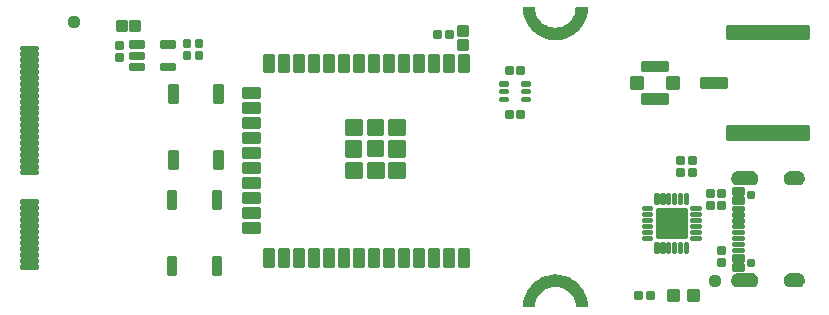
<source format=gts>
G04 EAGLE Gerber RS-274X export*
G75*
%MOMM*%
%FSLAX34Y34*%
%LPD*%
%INSoldermask Top*%
%IPPOS*%
%AMOC8*
5,1,8,0,0,1.08239X$1,22.5*%
G01*
%ADD10C,1.127000*%
%ADD11C,0.225369*%
%ADD12C,0.230578*%
%ADD13C,0.223409*%
%ADD14C,0.224709*%
%ADD15C,0.228959*%
%ADD16C,0.581000*%
%ADD17C,0.225938*%
%ADD18C,0.233119*%
%ADD19C,0.222250*%
%ADD20C,0.225400*%
%ADD21C,0.229859*%
%ADD22C,0.240928*%
%ADD23C,0.777000*%
%ADD24C,0.428259*%

G36*
X462251Y226479D02*
X462251Y226479D01*
X462261Y226483D01*
X462287Y226484D01*
X466121Y227318D01*
X466129Y227323D01*
X466155Y227328D01*
X469831Y228700D01*
X469839Y228705D01*
X469863Y228714D01*
X473307Y230595D01*
X473314Y230602D01*
X473337Y230614D01*
X476478Y232965D01*
X476484Y232973D01*
X476505Y232989D01*
X479279Y235763D01*
X479284Y235772D01*
X479303Y235790D01*
X481654Y238931D01*
X481657Y238940D01*
X481673Y238961D01*
X483554Y242405D01*
X483556Y242414D01*
X483568Y242437D01*
X484940Y246113D01*
X484940Y246123D01*
X484950Y246147D01*
X485784Y249981D01*
X485783Y249991D01*
X485789Y250017D01*
X486069Y253930D01*
X486063Y253956D01*
X486067Y253981D01*
X486049Y254023D01*
X486039Y254067D01*
X486021Y254085D01*
X486010Y254109D01*
X485972Y254134D01*
X485941Y254166D01*
X485915Y254172D01*
X485894Y254186D01*
X485820Y254197D01*
X475820Y254197D01*
X475813Y254195D01*
X475806Y254197D01*
X475747Y254176D01*
X475686Y254158D01*
X475681Y254153D01*
X475674Y254150D01*
X475636Y254100D01*
X475594Y254053D01*
X475593Y254046D01*
X475588Y254040D01*
X475572Y253968D01*
X475358Y251250D01*
X474726Y248617D01*
X473690Y246117D01*
X472276Y243809D01*
X470518Y241750D01*
X468459Y239992D01*
X466151Y238578D01*
X463651Y237542D01*
X461018Y236910D01*
X458320Y236698D01*
X455622Y236910D01*
X452989Y237542D01*
X450489Y238578D01*
X448181Y239992D01*
X446122Y241750D01*
X444364Y243809D01*
X442950Y246117D01*
X441914Y248617D01*
X441282Y251250D01*
X441068Y253968D01*
X441066Y253974D01*
X441067Y253981D01*
X441041Y254039D01*
X441019Y254098D01*
X441013Y254103D01*
X441010Y254109D01*
X440957Y254144D01*
X440907Y254182D01*
X440900Y254182D01*
X440894Y254186D01*
X440820Y254197D01*
X430820Y254197D01*
X430795Y254190D01*
X430769Y254192D01*
X430729Y254171D01*
X430686Y254158D01*
X430669Y254138D01*
X430646Y254126D01*
X430624Y254087D01*
X430594Y254053D01*
X430590Y254027D01*
X430577Y254004D01*
X430571Y253930D01*
X430851Y250017D01*
X430855Y250007D01*
X430856Y249981D01*
X431690Y246147D01*
X431695Y246139D01*
X431700Y246113D01*
X433072Y242437D01*
X433077Y242429D01*
X433086Y242405D01*
X434967Y238961D01*
X434974Y238954D01*
X434986Y238931D01*
X437337Y235790D01*
X437345Y235784D01*
X437361Y235763D01*
X440135Y232989D01*
X440144Y232984D01*
X440162Y232965D01*
X443303Y230614D01*
X443312Y230611D01*
X443333Y230595D01*
X446777Y228714D01*
X446786Y228712D01*
X446809Y228700D01*
X450485Y227328D01*
X450495Y227328D01*
X450519Y227318D01*
X454353Y226484D01*
X454363Y226485D01*
X454389Y226479D01*
X458302Y226199D01*
X458312Y226201D01*
X458338Y226199D01*
X462251Y226479D01*
G37*
G36*
X440887Y-195D02*
X440887Y-195D01*
X440894Y-197D01*
X440953Y-176D01*
X441014Y-158D01*
X441019Y-153D01*
X441026Y-150D01*
X441065Y-100D01*
X441106Y-53D01*
X441107Y-46D01*
X441112Y-40D01*
X441128Y32D01*
X441342Y2750D01*
X441974Y5383D01*
X443010Y7883D01*
X444424Y10191D01*
X446182Y12250D01*
X448241Y14008D01*
X450549Y15422D01*
X453049Y16458D01*
X455682Y17090D01*
X458380Y17302D01*
X461078Y17090D01*
X463711Y16458D01*
X466211Y15422D01*
X468519Y14008D01*
X470578Y12250D01*
X472336Y10191D01*
X473750Y7883D01*
X474786Y5383D01*
X475418Y2750D01*
X475632Y32D01*
X475634Y26D01*
X475633Y19D01*
X475659Y-39D01*
X475681Y-98D01*
X475687Y-103D01*
X475690Y-109D01*
X475743Y-144D01*
X475793Y-182D01*
X475801Y-182D01*
X475807Y-186D01*
X475880Y-197D01*
X485880Y-197D01*
X485905Y-190D01*
X485931Y-192D01*
X485971Y-171D01*
X486014Y-158D01*
X486031Y-138D01*
X486054Y-126D01*
X486076Y-87D01*
X486106Y-53D01*
X486110Y-27D01*
X486123Y-4D01*
X486129Y70D01*
X485849Y3983D01*
X485845Y3993D01*
X485844Y4019D01*
X485010Y7853D01*
X485005Y7861D01*
X485000Y7887D01*
X483628Y11563D01*
X483623Y11571D01*
X483614Y11595D01*
X481733Y15039D01*
X481726Y15046D01*
X481714Y15069D01*
X479363Y18210D01*
X479355Y18216D01*
X479339Y18237D01*
X476565Y21011D01*
X476556Y21016D01*
X476538Y21035D01*
X473397Y23386D01*
X473388Y23389D01*
X473367Y23405D01*
X469923Y25286D01*
X469914Y25288D01*
X469891Y25300D01*
X466215Y26672D01*
X466205Y26672D01*
X466181Y26682D01*
X462347Y27516D01*
X462337Y27515D01*
X462311Y27521D01*
X458398Y27801D01*
X458388Y27799D01*
X458362Y27801D01*
X454449Y27521D01*
X454439Y27517D01*
X454413Y27516D01*
X450579Y26682D01*
X450571Y26677D01*
X450545Y26672D01*
X446869Y25300D01*
X446861Y25295D01*
X446837Y25286D01*
X443393Y23405D01*
X443386Y23398D01*
X443363Y23386D01*
X440222Y21035D01*
X440216Y21027D01*
X440195Y21011D01*
X437421Y18237D01*
X437416Y18228D01*
X437397Y18210D01*
X435046Y15069D01*
X435043Y15060D01*
X435027Y15039D01*
X433146Y11595D01*
X433144Y11586D01*
X433132Y11563D01*
X431760Y7887D01*
X431760Y7877D01*
X431750Y7853D01*
X430916Y4019D01*
X430917Y4009D01*
X430911Y3983D01*
X430631Y70D01*
X430637Y44D01*
X430633Y19D01*
X430651Y-23D01*
X430661Y-67D01*
X430679Y-85D01*
X430690Y-109D01*
X430728Y-134D01*
X430759Y-166D01*
X430785Y-172D01*
X430807Y-186D01*
X430880Y-197D01*
X440880Y-197D01*
X440887Y-195D01*
G37*
G36*
X624805Y103194D02*
X624805Y103194D01*
X624808Y103191D01*
X626075Y103396D01*
X626081Y103402D01*
X626086Y103399D01*
X627275Y103881D01*
X627279Y103888D01*
X627285Y103886D01*
X628338Y104620D01*
X628340Y104628D01*
X628346Y104627D01*
X629209Y105577D01*
X629210Y105586D01*
X629215Y105586D01*
X629845Y106705D01*
X629844Y106713D01*
X629850Y106715D01*
X630215Y107945D01*
X630212Y107952D01*
X630216Y107955D01*
X630215Y107955D01*
X630217Y107956D01*
X630299Y109237D01*
X630297Y109241D01*
X630299Y109243D01*
X630217Y110524D01*
X630211Y110530D01*
X630215Y110535D01*
X629850Y111765D01*
X629843Y111770D01*
X629845Y111775D01*
X629215Y112894D01*
X629208Y112897D01*
X629209Y112903D01*
X628346Y113853D01*
X628338Y113854D01*
X628338Y113860D01*
X627285Y114594D01*
X627277Y114594D01*
X627275Y114599D01*
X626086Y115081D01*
X626078Y115079D01*
X626075Y115084D01*
X624808Y115289D01*
X624803Y115286D01*
X624800Y115289D01*
X612800Y115289D01*
X612796Y115286D01*
X612793Y115289D01*
X611671Y115134D01*
X611666Y115129D01*
X611662Y115132D01*
X610591Y114761D01*
X610587Y114755D01*
X610582Y114757D01*
X609605Y114184D01*
X609602Y114178D01*
X609597Y114179D01*
X608750Y113426D01*
X608748Y113419D01*
X608743Y113419D01*
X608059Y112516D01*
X608059Y112509D01*
X608054Y112508D01*
X607559Y111489D01*
X607561Y111482D01*
X607559Y111481D01*
X607556Y111480D01*
X607269Y110383D01*
X607272Y110377D01*
X607268Y110374D01*
X607201Y109243D01*
X607203Y109239D01*
X607201Y109237D01*
X607268Y108106D01*
X607273Y108101D01*
X607269Y108097D01*
X607556Y107000D01*
X607562Y106996D01*
X607559Y106991D01*
X608054Y105972D01*
X608060Y105969D01*
X608059Y105964D01*
X608743Y105061D01*
X608750Y105059D01*
X608750Y105054D01*
X609597Y104301D01*
X609604Y104301D01*
X609605Y104296D01*
X610582Y103723D01*
X610589Y103724D01*
X610591Y103719D01*
X611662Y103348D01*
X611668Y103351D01*
X611671Y103346D01*
X612793Y103191D01*
X612798Y103194D01*
X612800Y103191D01*
X624800Y103191D01*
X624805Y103194D01*
G37*
G36*
X624805Y16794D02*
X624805Y16794D01*
X624808Y16791D01*
X626075Y16996D01*
X626081Y17002D01*
X626086Y16999D01*
X627275Y17481D01*
X627279Y17488D01*
X627285Y17486D01*
X628338Y18220D01*
X628340Y18228D01*
X628346Y18227D01*
X629209Y19177D01*
X629210Y19186D01*
X629215Y19186D01*
X629845Y20305D01*
X629844Y20313D01*
X629850Y20315D01*
X630215Y21545D01*
X630212Y21552D01*
X630216Y21555D01*
X630215Y21555D01*
X630217Y21556D01*
X630299Y22837D01*
X630297Y22841D01*
X630299Y22843D01*
X630217Y24124D01*
X630211Y24130D01*
X630215Y24135D01*
X629850Y25365D01*
X629843Y25370D01*
X629845Y25375D01*
X629215Y26494D01*
X629208Y26497D01*
X629209Y26503D01*
X628346Y27453D01*
X628338Y27454D01*
X628338Y27460D01*
X627285Y28194D01*
X627277Y28194D01*
X627275Y28199D01*
X626086Y28681D01*
X626078Y28679D01*
X626075Y28684D01*
X624808Y28889D01*
X624803Y28886D01*
X624800Y28889D01*
X612800Y28889D01*
X612796Y28886D01*
X612793Y28889D01*
X611671Y28734D01*
X611666Y28729D01*
X611662Y28732D01*
X610591Y28361D01*
X610587Y28355D01*
X610582Y28357D01*
X609605Y27784D01*
X609602Y27778D01*
X609597Y27779D01*
X608750Y27026D01*
X608748Y27019D01*
X608743Y27019D01*
X608059Y26116D01*
X608059Y26109D01*
X608054Y26108D01*
X607559Y25089D01*
X607561Y25082D01*
X607559Y25081D01*
X607556Y25080D01*
X607269Y23983D01*
X607272Y23977D01*
X607268Y23974D01*
X607201Y22843D01*
X607203Y22839D01*
X607201Y22837D01*
X607268Y21706D01*
X607273Y21701D01*
X607269Y21697D01*
X607556Y20600D01*
X607562Y20596D01*
X607559Y20591D01*
X608054Y19572D01*
X608060Y19569D01*
X608059Y19564D01*
X608743Y18661D01*
X608750Y18659D01*
X608750Y18654D01*
X609597Y17901D01*
X609604Y17901D01*
X609605Y17896D01*
X610582Y17323D01*
X610589Y17324D01*
X610591Y17319D01*
X611662Y16948D01*
X611668Y16951D01*
X611671Y16946D01*
X612793Y16791D01*
X612798Y16794D01*
X612800Y16791D01*
X624800Y16791D01*
X624805Y16794D01*
G37*
G36*
X663604Y103193D02*
X663604Y103193D01*
X663606Y103191D01*
X664935Y103346D01*
X664941Y103352D01*
X664945Y103349D01*
X666206Y103796D01*
X666211Y103803D01*
X666216Y103801D01*
X667346Y104518D01*
X667349Y104525D01*
X667355Y104524D01*
X668297Y105475D01*
X668298Y105483D01*
X668304Y105483D01*
X669011Y106619D01*
X669011Y106624D01*
X669012Y106625D01*
X669011Y106627D01*
X669016Y106629D01*
X669452Y107894D01*
X669450Y107902D01*
X669455Y107905D01*
X669599Y109235D01*
X669595Y109241D01*
X669599Y109245D01*
X669489Y110411D01*
X669484Y110416D01*
X669487Y110420D01*
X669152Y111543D01*
X669146Y111547D01*
X669148Y111551D01*
X668600Y112587D01*
X668594Y112590D01*
X668595Y112595D01*
X667856Y113503D01*
X667849Y113505D01*
X667849Y113510D01*
X666947Y114257D01*
X666940Y114257D01*
X666939Y114263D01*
X665908Y114819D01*
X665901Y114818D01*
X665899Y114823D01*
X664780Y115167D01*
X664773Y115165D01*
X664770Y115169D01*
X663605Y115289D01*
X663602Y115287D01*
X663600Y115289D01*
X657600Y115289D01*
X657597Y115287D01*
X657595Y115289D01*
X656419Y115178D01*
X656414Y115173D01*
X656410Y115176D01*
X655278Y114838D01*
X655274Y114832D01*
X655269Y114834D01*
X654225Y114282D01*
X654222Y114275D01*
X654217Y114277D01*
X653301Y113531D01*
X653300Y113524D01*
X653294Y113524D01*
X652541Y112615D01*
X652541Y112607D01*
X652536Y112607D01*
X651975Y111567D01*
X651976Y111560D01*
X651971Y111558D01*
X651624Y110429D01*
X651626Y110423D01*
X651622Y110420D01*
X651501Y109245D01*
X651505Y109238D01*
X651501Y109234D01*
X651658Y107894D01*
X651663Y107888D01*
X651660Y107883D01*
X652111Y106612D01*
X652118Y106607D01*
X652116Y106602D01*
X652838Y105463D01*
X652846Y105460D01*
X652845Y105454D01*
X653803Y104504D01*
X653811Y104503D01*
X653812Y104497D01*
X654957Y103784D01*
X654966Y103785D01*
X654967Y103779D01*
X656243Y103339D01*
X656250Y103341D01*
X656252Y103339D01*
X656253Y103337D01*
X657595Y103191D01*
X657598Y103193D01*
X657600Y103191D01*
X663600Y103191D01*
X663604Y103193D01*
G37*
G36*
X663604Y16793D02*
X663604Y16793D01*
X663606Y16791D01*
X664935Y16946D01*
X664941Y16952D01*
X664945Y16949D01*
X666206Y17396D01*
X666211Y17403D01*
X666216Y17401D01*
X667346Y18118D01*
X667349Y18125D01*
X667355Y18124D01*
X668297Y19075D01*
X668298Y19083D01*
X668304Y19083D01*
X669011Y20219D01*
X669011Y20224D01*
X669012Y20225D01*
X669011Y20227D01*
X669016Y20229D01*
X669452Y21494D01*
X669450Y21502D01*
X669455Y21505D01*
X669599Y22835D01*
X669595Y22841D01*
X669599Y22845D01*
X669489Y24011D01*
X669484Y24016D01*
X669487Y24020D01*
X669152Y25143D01*
X669146Y25147D01*
X669148Y25151D01*
X668600Y26187D01*
X668594Y26190D01*
X668595Y26195D01*
X667856Y27103D01*
X667849Y27105D01*
X667849Y27110D01*
X666947Y27857D01*
X666940Y27857D01*
X666939Y27863D01*
X665908Y28419D01*
X665901Y28418D01*
X665899Y28423D01*
X664780Y28767D01*
X664773Y28765D01*
X664770Y28769D01*
X663605Y28889D01*
X663602Y28887D01*
X663600Y28889D01*
X657600Y28889D01*
X657597Y28887D01*
X657595Y28889D01*
X656419Y28778D01*
X656414Y28773D01*
X656410Y28776D01*
X655278Y28438D01*
X655274Y28432D01*
X655269Y28434D01*
X654225Y27882D01*
X654222Y27875D01*
X654217Y27877D01*
X653301Y27131D01*
X653300Y27124D01*
X653294Y27124D01*
X652541Y26215D01*
X652541Y26207D01*
X652536Y26207D01*
X651975Y25167D01*
X651976Y25160D01*
X651971Y25158D01*
X651624Y24029D01*
X651626Y24023D01*
X651622Y24020D01*
X651501Y22845D01*
X651505Y22838D01*
X651501Y22834D01*
X651658Y21494D01*
X651663Y21488D01*
X651660Y21483D01*
X652111Y20212D01*
X652118Y20207D01*
X652116Y20202D01*
X652838Y19063D01*
X652846Y19060D01*
X652845Y19054D01*
X653803Y18104D01*
X653811Y18103D01*
X653812Y18097D01*
X654957Y17384D01*
X654966Y17385D01*
X654967Y17379D01*
X656243Y16939D01*
X656250Y16941D01*
X656252Y16939D01*
X656253Y16937D01*
X657595Y16791D01*
X657598Y16793D01*
X657600Y16791D01*
X663600Y16791D01*
X663604Y16793D01*
G37*
D10*
X50800Y241300D03*
X593852Y22352D03*
D11*
X421277Y198152D02*
X416261Y198152D01*
X416261Y203168D01*
X421277Y203168D01*
X421277Y198152D01*
X421277Y200293D02*
X416261Y200293D01*
X416261Y202434D02*
X421277Y202434D01*
X426261Y198152D02*
X431277Y198152D01*
X426261Y198152D02*
X426261Y203168D01*
X431277Y203168D01*
X431277Y198152D01*
X431277Y200293D02*
X426261Y200293D01*
X426261Y202434D02*
X431277Y202434D01*
X431277Y166338D02*
X426261Y166338D01*
X431277Y166338D02*
X431277Y161322D01*
X426261Y161322D01*
X426261Y166338D01*
X426261Y163463D02*
X431277Y163463D01*
X431277Y165604D02*
X426261Y165604D01*
X421277Y166338D02*
X416261Y166338D01*
X421277Y166338D02*
X421277Y161322D01*
X416261Y161322D01*
X416261Y166338D01*
X416261Y163463D02*
X421277Y163463D01*
X421277Y165604D02*
X416261Y165604D01*
D12*
X430287Y175398D02*
X430287Y177362D01*
X435851Y177362D01*
X435851Y175398D01*
X430287Y175398D01*
X417451Y181898D02*
X417451Y183862D01*
X417451Y181898D02*
X411887Y181898D01*
X411887Y183862D01*
X417451Y183862D01*
X417451Y188398D02*
X417451Y190362D01*
X417451Y188398D02*
X411887Y188398D01*
X411887Y190362D01*
X417451Y190362D01*
X417451Y177362D02*
X417451Y175398D01*
X411887Y175398D01*
X411887Y177362D01*
X417451Y177362D01*
X430287Y181898D02*
X430287Y183862D01*
X435851Y183862D01*
X435851Y181898D01*
X430287Y181898D01*
X430287Y188398D02*
X430287Y190362D01*
X435851Y190362D01*
X435851Y188398D01*
X430287Y188398D01*
D11*
X153702Y220932D02*
X153702Y225948D01*
X158718Y225948D01*
X158718Y220932D01*
X153702Y220932D01*
X153702Y223073D02*
X158718Y223073D01*
X158718Y225214D02*
X153702Y225214D01*
X153702Y215948D02*
X153702Y210932D01*
X153702Y215948D02*
X158718Y215948D01*
X158718Y210932D01*
X153702Y210932D01*
X153702Y213073D02*
X158718Y213073D01*
X158718Y215214D02*
X153702Y215214D01*
X148558Y215948D02*
X148558Y210932D01*
X143542Y210932D01*
X143542Y215948D01*
X148558Y215948D01*
X148558Y213073D02*
X143542Y213073D01*
X143542Y215214D02*
X148558Y215214D01*
X148558Y220932D02*
X148558Y225948D01*
X148558Y220932D02*
X143542Y220932D01*
X143542Y225948D01*
X148558Y225948D01*
X148558Y223073D02*
X143542Y223073D01*
X143542Y225214D02*
X148558Y225214D01*
D13*
X98321Y225128D02*
X98321Y220592D01*
X98321Y225128D02*
X109357Y225128D01*
X109357Y220592D01*
X98321Y220592D01*
X98321Y222714D02*
X109357Y222714D01*
X109357Y224836D02*
X98321Y224836D01*
X98321Y215628D02*
X98321Y211092D01*
X98321Y215628D02*
X109357Y215628D01*
X109357Y211092D01*
X98321Y211092D01*
X98321Y213214D02*
X109357Y213214D01*
X109357Y215336D02*
X98321Y215336D01*
X98321Y206128D02*
X98321Y201592D01*
X98321Y206128D02*
X109357Y206128D01*
X109357Y201592D01*
X98321Y201592D01*
X98321Y203714D02*
X109357Y203714D01*
X109357Y205836D02*
X98321Y205836D01*
X124323Y206128D02*
X124323Y201592D01*
X124323Y206128D02*
X135359Y206128D01*
X135359Y201592D01*
X124323Y201592D01*
X124323Y203714D02*
X135359Y203714D01*
X135359Y205836D02*
X124323Y205836D01*
X124323Y220592D02*
X124323Y225128D01*
X135359Y225128D01*
X135359Y220592D01*
X124323Y220592D01*
X124323Y222714D02*
X135359Y222714D01*
X135359Y224836D02*
X124323Y224836D01*
D11*
X86392Y224678D02*
X86392Y219662D01*
X86392Y224678D02*
X91408Y224678D01*
X91408Y219662D01*
X86392Y219662D01*
X86392Y221803D02*
X91408Y221803D01*
X91408Y223944D02*
X86392Y223944D01*
X86392Y214678D02*
X86392Y209662D01*
X86392Y214678D02*
X91408Y214678D01*
X91408Y209662D01*
X86392Y209662D01*
X86392Y211803D02*
X91408Y211803D01*
X91408Y213944D02*
X86392Y213944D01*
D14*
X98558Y242772D02*
X106082Y242772D01*
X106082Y234748D01*
X98558Y234748D01*
X98558Y242772D01*
X98558Y236883D02*
X106082Y236883D01*
X106082Y239018D02*
X98558Y239018D01*
X98558Y241153D02*
X106082Y241153D01*
X94482Y242772D02*
X86958Y242772D01*
X94482Y242772D02*
X94482Y234748D01*
X86958Y234748D01*
X86958Y242772D01*
X86958Y236883D02*
X94482Y236883D01*
X94482Y239018D02*
X86958Y239018D01*
X86958Y241153D02*
X94482Y241153D01*
D15*
X19490Y35740D02*
X19490Y33260D01*
X6010Y33260D01*
X6010Y35740D01*
X19490Y35740D01*
X19490Y35435D02*
X6010Y35435D01*
X19490Y38260D02*
X19490Y40740D01*
X19490Y38260D02*
X6010Y38260D01*
X6010Y40740D01*
X19490Y40740D01*
X19490Y40435D02*
X6010Y40435D01*
X19490Y43260D02*
X19490Y45740D01*
X19490Y43260D02*
X6010Y43260D01*
X6010Y45740D01*
X19490Y45740D01*
X19490Y45435D02*
X6010Y45435D01*
X19490Y48260D02*
X19490Y50740D01*
X19490Y48260D02*
X6010Y48260D01*
X6010Y50740D01*
X19490Y50740D01*
X19490Y50435D02*
X6010Y50435D01*
X19490Y53260D02*
X19490Y55740D01*
X19490Y53260D02*
X6010Y53260D01*
X6010Y55740D01*
X19490Y55740D01*
X19490Y55435D02*
X6010Y55435D01*
X19490Y58260D02*
X19490Y60740D01*
X19490Y58260D02*
X6010Y58260D01*
X6010Y60740D01*
X19490Y60740D01*
X19490Y60435D02*
X6010Y60435D01*
X19490Y63260D02*
X19490Y65740D01*
X19490Y63260D02*
X6010Y63260D01*
X6010Y65740D01*
X19490Y65740D01*
X19490Y65435D02*
X6010Y65435D01*
X19490Y68260D02*
X19490Y70740D01*
X19490Y68260D02*
X6010Y68260D01*
X6010Y70740D01*
X19490Y70740D01*
X19490Y70435D02*
X6010Y70435D01*
X19490Y73260D02*
X19490Y75740D01*
X19490Y73260D02*
X6010Y73260D01*
X6010Y75740D01*
X19490Y75740D01*
X19490Y75435D02*
X6010Y75435D01*
X19490Y78260D02*
X19490Y80740D01*
X19490Y78260D02*
X6010Y78260D01*
X6010Y80740D01*
X19490Y80740D01*
X19490Y80435D02*
X6010Y80435D01*
X19490Y83260D02*
X19490Y85740D01*
X19490Y83260D02*
X6010Y83260D01*
X6010Y85740D01*
X19490Y85740D01*
X19490Y85435D02*
X6010Y85435D01*
X19490Y88260D02*
X19490Y90740D01*
X19490Y88260D02*
X6010Y88260D01*
X6010Y90740D01*
X19490Y90740D01*
X19490Y90435D02*
X6010Y90435D01*
X19490Y113260D02*
X19490Y115740D01*
X19490Y113260D02*
X6010Y113260D01*
X6010Y115740D01*
X19490Y115740D01*
X19490Y115435D02*
X6010Y115435D01*
X19490Y118260D02*
X19490Y120740D01*
X19490Y118260D02*
X6010Y118260D01*
X6010Y120740D01*
X19490Y120740D01*
X19490Y120435D02*
X6010Y120435D01*
X19490Y123260D02*
X19490Y125740D01*
X19490Y123260D02*
X6010Y123260D01*
X6010Y125740D01*
X19490Y125740D01*
X19490Y125435D02*
X6010Y125435D01*
X19490Y128260D02*
X19490Y130740D01*
X19490Y128260D02*
X6010Y128260D01*
X6010Y130740D01*
X19490Y130740D01*
X19490Y130435D02*
X6010Y130435D01*
X19490Y133260D02*
X19490Y135740D01*
X19490Y133260D02*
X6010Y133260D01*
X6010Y135740D01*
X19490Y135740D01*
X19490Y135435D02*
X6010Y135435D01*
X19490Y138260D02*
X19490Y140740D01*
X19490Y138260D02*
X6010Y138260D01*
X6010Y140740D01*
X19490Y140740D01*
X19490Y140435D02*
X6010Y140435D01*
X19490Y143260D02*
X19490Y145740D01*
X19490Y143260D02*
X6010Y143260D01*
X6010Y145740D01*
X19490Y145740D01*
X19490Y145435D02*
X6010Y145435D01*
X19490Y148260D02*
X19490Y150740D01*
X19490Y148260D02*
X6010Y148260D01*
X6010Y150740D01*
X19490Y150740D01*
X19490Y150435D02*
X6010Y150435D01*
X19490Y153260D02*
X19490Y155740D01*
X19490Y153260D02*
X6010Y153260D01*
X6010Y155740D01*
X19490Y155740D01*
X19490Y155435D02*
X6010Y155435D01*
X19490Y158260D02*
X19490Y160740D01*
X19490Y158260D02*
X6010Y158260D01*
X6010Y160740D01*
X19490Y160740D01*
X19490Y160435D02*
X6010Y160435D01*
X19490Y163260D02*
X19490Y165740D01*
X19490Y163260D02*
X6010Y163260D01*
X6010Y165740D01*
X19490Y165740D01*
X19490Y165435D02*
X6010Y165435D01*
X19490Y168260D02*
X19490Y170740D01*
X19490Y168260D02*
X6010Y168260D01*
X6010Y170740D01*
X19490Y170740D01*
X19490Y170435D02*
X6010Y170435D01*
X19490Y173260D02*
X19490Y175740D01*
X19490Y173260D02*
X6010Y173260D01*
X6010Y175740D01*
X19490Y175740D01*
X19490Y175435D02*
X6010Y175435D01*
X19490Y178260D02*
X19490Y180740D01*
X19490Y178260D02*
X6010Y178260D01*
X6010Y180740D01*
X19490Y180740D01*
X19490Y180435D02*
X6010Y180435D01*
X19490Y183260D02*
X19490Y185740D01*
X19490Y183260D02*
X6010Y183260D01*
X6010Y185740D01*
X19490Y185740D01*
X19490Y185435D02*
X6010Y185435D01*
X19490Y188260D02*
X19490Y190740D01*
X19490Y188260D02*
X6010Y188260D01*
X6010Y190740D01*
X19490Y190740D01*
X19490Y190435D02*
X6010Y190435D01*
X19490Y193260D02*
X19490Y195740D01*
X19490Y193260D02*
X6010Y193260D01*
X6010Y195740D01*
X19490Y195740D01*
X19490Y195435D02*
X6010Y195435D01*
X19490Y198260D02*
X19490Y200740D01*
X19490Y198260D02*
X6010Y198260D01*
X6010Y200740D01*
X19490Y200740D01*
X19490Y200435D02*
X6010Y200435D01*
X19490Y203260D02*
X19490Y205740D01*
X19490Y203260D02*
X6010Y203260D01*
X6010Y205740D01*
X19490Y205740D01*
X19490Y205435D02*
X6010Y205435D01*
X19490Y208260D02*
X19490Y210740D01*
X19490Y208260D02*
X6010Y208260D01*
X6010Y210740D01*
X19490Y210740D01*
X19490Y210435D02*
X6010Y210435D01*
X19490Y213260D02*
X19490Y215740D01*
X19490Y213260D02*
X6010Y213260D01*
X6010Y215740D01*
X19490Y215740D01*
X19490Y215435D02*
X6010Y215435D01*
X19490Y218260D02*
X19490Y220740D01*
X19490Y218260D02*
X6010Y218260D01*
X6010Y220740D01*
X19490Y220740D01*
X19490Y220435D02*
X6010Y220435D01*
D16*
X479380Y10052D03*
X437380Y10052D03*
X458380Y23052D03*
X437320Y243948D03*
X479320Y243948D03*
X458320Y230948D03*
D11*
X360728Y228632D02*
X355712Y228632D01*
X355712Y233648D01*
X360728Y233648D01*
X360728Y228632D01*
X360728Y230773D02*
X355712Y230773D01*
X355712Y232914D02*
X360728Y232914D01*
X365712Y228632D02*
X370728Y228632D01*
X365712Y228632D02*
X365712Y233648D01*
X370728Y233648D01*
X370728Y228632D01*
X370728Y230773D02*
X365712Y230773D01*
X365712Y232914D02*
X370728Y232914D01*
D17*
X376524Y199834D02*
X384536Y199834D01*
X376524Y199834D02*
X376524Y213846D01*
X384536Y213846D01*
X384536Y199834D01*
X384536Y201980D02*
X376524Y201980D01*
X376524Y204126D02*
X384536Y204126D01*
X384536Y206272D02*
X376524Y206272D01*
X376524Y208418D02*
X384536Y208418D01*
X384536Y210564D02*
X376524Y210564D01*
X376524Y212710D02*
X384536Y212710D01*
X371836Y199834D02*
X363824Y199834D01*
X363824Y213846D01*
X371836Y213846D01*
X371836Y199834D01*
X371836Y201980D02*
X363824Y201980D01*
X363824Y204126D02*
X371836Y204126D01*
X371836Y206272D02*
X363824Y206272D01*
X363824Y208418D02*
X371836Y208418D01*
X371836Y210564D02*
X363824Y210564D01*
X363824Y212710D02*
X371836Y212710D01*
X359136Y199834D02*
X351124Y199834D01*
X351124Y213846D01*
X359136Y213846D01*
X359136Y199834D01*
X359136Y201980D02*
X351124Y201980D01*
X351124Y204126D02*
X359136Y204126D01*
X359136Y206272D02*
X351124Y206272D01*
X351124Y208418D02*
X359136Y208418D01*
X359136Y210564D02*
X351124Y210564D01*
X351124Y212710D02*
X359136Y212710D01*
X346436Y199834D02*
X338424Y199834D01*
X338424Y213846D01*
X346436Y213846D01*
X346436Y199834D01*
X346436Y201980D02*
X338424Y201980D01*
X338424Y204126D02*
X346436Y204126D01*
X346436Y206272D02*
X338424Y206272D01*
X338424Y208418D02*
X346436Y208418D01*
X346436Y210564D02*
X338424Y210564D01*
X338424Y212710D02*
X346436Y212710D01*
X333736Y199834D02*
X325724Y199834D01*
X325724Y213846D01*
X333736Y213846D01*
X333736Y199834D01*
X333736Y201980D02*
X325724Y201980D01*
X325724Y204126D02*
X333736Y204126D01*
X333736Y206272D02*
X325724Y206272D01*
X325724Y208418D02*
X333736Y208418D01*
X333736Y210564D02*
X325724Y210564D01*
X325724Y212710D02*
X333736Y212710D01*
X321036Y199834D02*
X313024Y199834D01*
X313024Y213846D01*
X321036Y213846D01*
X321036Y199834D01*
X321036Y201980D02*
X313024Y201980D01*
X313024Y204126D02*
X321036Y204126D01*
X321036Y206272D02*
X313024Y206272D01*
X313024Y208418D02*
X321036Y208418D01*
X321036Y210564D02*
X313024Y210564D01*
X313024Y212710D02*
X321036Y212710D01*
X308336Y199834D02*
X300324Y199834D01*
X300324Y213846D01*
X308336Y213846D01*
X308336Y199834D01*
X308336Y201980D02*
X300324Y201980D01*
X300324Y204126D02*
X308336Y204126D01*
X308336Y206272D02*
X300324Y206272D01*
X300324Y208418D02*
X308336Y208418D01*
X308336Y210564D02*
X300324Y210564D01*
X300324Y212710D02*
X308336Y212710D01*
X295636Y199834D02*
X287624Y199834D01*
X287624Y213846D01*
X295636Y213846D01*
X295636Y199834D01*
X295636Y201980D02*
X287624Y201980D01*
X287624Y204126D02*
X295636Y204126D01*
X295636Y206272D02*
X287624Y206272D01*
X287624Y208418D02*
X295636Y208418D01*
X295636Y210564D02*
X287624Y210564D01*
X287624Y212710D02*
X295636Y212710D01*
X282936Y199834D02*
X274924Y199834D01*
X274924Y213846D01*
X282936Y213846D01*
X282936Y199834D01*
X282936Y201980D02*
X274924Y201980D01*
X274924Y204126D02*
X282936Y204126D01*
X282936Y206272D02*
X274924Y206272D01*
X274924Y208418D02*
X282936Y208418D01*
X282936Y210564D02*
X274924Y210564D01*
X274924Y212710D02*
X282936Y212710D01*
X270236Y199834D02*
X262224Y199834D01*
X262224Y213846D01*
X270236Y213846D01*
X270236Y199834D01*
X270236Y201980D02*
X262224Y201980D01*
X262224Y204126D02*
X270236Y204126D01*
X270236Y206272D02*
X262224Y206272D01*
X262224Y208418D02*
X270236Y208418D01*
X270236Y210564D02*
X262224Y210564D01*
X262224Y212710D02*
X270236Y212710D01*
X257536Y199834D02*
X249524Y199834D01*
X249524Y213846D01*
X257536Y213846D01*
X257536Y199834D01*
X257536Y201980D02*
X249524Y201980D01*
X249524Y204126D02*
X257536Y204126D01*
X257536Y206272D02*
X249524Y206272D01*
X249524Y208418D02*
X257536Y208418D01*
X257536Y210564D02*
X249524Y210564D01*
X249524Y212710D02*
X257536Y212710D01*
X244836Y199834D02*
X236824Y199834D01*
X236824Y213846D01*
X244836Y213846D01*
X244836Y199834D01*
X244836Y201980D02*
X236824Y201980D01*
X236824Y204126D02*
X244836Y204126D01*
X244836Y206272D02*
X236824Y206272D01*
X236824Y208418D02*
X244836Y208418D01*
X244836Y210564D02*
X236824Y210564D01*
X236824Y212710D02*
X244836Y212710D01*
X232136Y199834D02*
X224124Y199834D01*
X224124Y213846D01*
X232136Y213846D01*
X232136Y199834D01*
X232136Y201980D02*
X224124Y201980D01*
X224124Y204126D02*
X232136Y204126D01*
X232136Y206272D02*
X224124Y206272D01*
X224124Y208418D02*
X232136Y208418D01*
X232136Y210564D02*
X224124Y210564D01*
X224124Y212710D02*
X232136Y212710D01*
X219436Y199834D02*
X211424Y199834D01*
X211424Y213846D01*
X219436Y213846D01*
X219436Y199834D01*
X219436Y201980D02*
X211424Y201980D01*
X211424Y204126D02*
X219436Y204126D01*
X219436Y206272D02*
X211424Y206272D01*
X211424Y208418D02*
X219436Y208418D01*
X219436Y210564D02*
X211424Y210564D01*
X211424Y212710D02*
X219436Y212710D01*
X207536Y185616D02*
X207536Y177604D01*
X193524Y177604D01*
X193524Y185616D01*
X207536Y185616D01*
X207536Y179750D02*
X193524Y179750D01*
X193524Y181896D02*
X207536Y181896D01*
X207536Y184042D02*
X193524Y184042D01*
X207536Y172916D02*
X207536Y164904D01*
X193524Y164904D01*
X193524Y172916D01*
X207536Y172916D01*
X207536Y167050D02*
X193524Y167050D01*
X193524Y169196D02*
X207536Y169196D01*
X207536Y171342D02*
X193524Y171342D01*
X207536Y160216D02*
X207536Y152204D01*
X193524Y152204D01*
X193524Y160216D01*
X207536Y160216D01*
X207536Y154350D02*
X193524Y154350D01*
X193524Y156496D02*
X207536Y156496D01*
X207536Y158642D02*
X193524Y158642D01*
X207536Y147516D02*
X207536Y139504D01*
X193524Y139504D01*
X193524Y147516D01*
X207536Y147516D01*
X207536Y141650D02*
X193524Y141650D01*
X193524Y143796D02*
X207536Y143796D01*
X207536Y145942D02*
X193524Y145942D01*
X207536Y134816D02*
X207536Y126804D01*
X193524Y126804D01*
X193524Y134816D01*
X207536Y134816D01*
X207536Y128950D02*
X193524Y128950D01*
X193524Y131096D02*
X207536Y131096D01*
X207536Y133242D02*
X193524Y133242D01*
X207536Y122116D02*
X207536Y114104D01*
X193524Y114104D01*
X193524Y122116D01*
X207536Y122116D01*
X207536Y116250D02*
X193524Y116250D01*
X193524Y118396D02*
X207536Y118396D01*
X207536Y120542D02*
X193524Y120542D01*
X207536Y109416D02*
X207536Y101404D01*
X193524Y101404D01*
X193524Y109416D01*
X207536Y109416D01*
X207536Y103550D02*
X193524Y103550D01*
X193524Y105696D02*
X207536Y105696D01*
X207536Y107842D02*
X193524Y107842D01*
X207536Y96716D02*
X207536Y88704D01*
X193524Y88704D01*
X193524Y96716D01*
X207536Y96716D01*
X207536Y90850D02*
X193524Y90850D01*
X193524Y92996D02*
X207536Y92996D01*
X207536Y95142D02*
X193524Y95142D01*
X207536Y84016D02*
X207536Y76004D01*
X193524Y76004D01*
X193524Y84016D01*
X207536Y84016D01*
X207536Y78150D02*
X193524Y78150D01*
X193524Y80296D02*
X207536Y80296D01*
X207536Y82442D02*
X193524Y82442D01*
X207536Y71316D02*
X207536Y63304D01*
X193524Y63304D01*
X193524Y71316D01*
X207536Y71316D01*
X207536Y65450D02*
X193524Y65450D01*
X193524Y67596D02*
X207536Y67596D01*
X207536Y69742D02*
X193524Y69742D01*
X211424Y35074D02*
X219436Y35074D01*
X211424Y35074D02*
X211424Y49086D01*
X219436Y49086D01*
X219436Y35074D01*
X219436Y37220D02*
X211424Y37220D01*
X211424Y39366D02*
X219436Y39366D01*
X219436Y41512D02*
X211424Y41512D01*
X211424Y43658D02*
X219436Y43658D01*
X219436Y45804D02*
X211424Y45804D01*
X211424Y47950D02*
X219436Y47950D01*
X224124Y35074D02*
X232136Y35074D01*
X224124Y35074D02*
X224124Y49086D01*
X232136Y49086D01*
X232136Y35074D01*
X232136Y37220D02*
X224124Y37220D01*
X224124Y39366D02*
X232136Y39366D01*
X232136Y41512D02*
X224124Y41512D01*
X224124Y43658D02*
X232136Y43658D01*
X232136Y45804D02*
X224124Y45804D01*
X224124Y47950D02*
X232136Y47950D01*
X236824Y35074D02*
X244836Y35074D01*
X236824Y35074D02*
X236824Y49086D01*
X244836Y49086D01*
X244836Y35074D01*
X244836Y37220D02*
X236824Y37220D01*
X236824Y39366D02*
X244836Y39366D01*
X244836Y41512D02*
X236824Y41512D01*
X236824Y43658D02*
X244836Y43658D01*
X244836Y45804D02*
X236824Y45804D01*
X236824Y47950D02*
X244836Y47950D01*
X249524Y35074D02*
X257536Y35074D01*
X249524Y35074D02*
X249524Y49086D01*
X257536Y49086D01*
X257536Y35074D01*
X257536Y37220D02*
X249524Y37220D01*
X249524Y39366D02*
X257536Y39366D01*
X257536Y41512D02*
X249524Y41512D01*
X249524Y43658D02*
X257536Y43658D01*
X257536Y45804D02*
X249524Y45804D01*
X249524Y47950D02*
X257536Y47950D01*
X262224Y35074D02*
X270236Y35074D01*
X262224Y35074D02*
X262224Y49086D01*
X270236Y49086D01*
X270236Y35074D01*
X270236Y37220D02*
X262224Y37220D01*
X262224Y39366D02*
X270236Y39366D01*
X270236Y41512D02*
X262224Y41512D01*
X262224Y43658D02*
X270236Y43658D01*
X270236Y45804D02*
X262224Y45804D01*
X262224Y47950D02*
X270236Y47950D01*
X274924Y35074D02*
X282936Y35074D01*
X274924Y35074D02*
X274924Y49086D01*
X282936Y49086D01*
X282936Y35074D01*
X282936Y37220D02*
X274924Y37220D01*
X274924Y39366D02*
X282936Y39366D01*
X282936Y41512D02*
X274924Y41512D01*
X274924Y43658D02*
X282936Y43658D01*
X282936Y45804D02*
X274924Y45804D01*
X274924Y47950D02*
X282936Y47950D01*
X287624Y35074D02*
X295636Y35074D01*
X287624Y35074D02*
X287624Y49086D01*
X295636Y49086D01*
X295636Y35074D01*
X295636Y37220D02*
X287624Y37220D01*
X287624Y39366D02*
X295636Y39366D01*
X295636Y41512D02*
X287624Y41512D01*
X287624Y43658D02*
X295636Y43658D01*
X295636Y45804D02*
X287624Y45804D01*
X287624Y47950D02*
X295636Y47950D01*
X300324Y35074D02*
X308336Y35074D01*
X300324Y35074D02*
X300324Y49086D01*
X308336Y49086D01*
X308336Y35074D01*
X308336Y37220D02*
X300324Y37220D01*
X300324Y39366D02*
X308336Y39366D01*
X308336Y41512D02*
X300324Y41512D01*
X300324Y43658D02*
X308336Y43658D01*
X308336Y45804D02*
X300324Y45804D01*
X300324Y47950D02*
X308336Y47950D01*
X313024Y35074D02*
X321036Y35074D01*
X313024Y35074D02*
X313024Y49086D01*
X321036Y49086D01*
X321036Y35074D01*
X321036Y37220D02*
X313024Y37220D01*
X313024Y39366D02*
X321036Y39366D01*
X321036Y41512D02*
X313024Y41512D01*
X313024Y43658D02*
X321036Y43658D01*
X321036Y45804D02*
X313024Y45804D01*
X313024Y47950D02*
X321036Y47950D01*
X325724Y35074D02*
X333736Y35074D01*
X325724Y35074D02*
X325724Y49086D01*
X333736Y49086D01*
X333736Y35074D01*
X333736Y37220D02*
X325724Y37220D01*
X325724Y39366D02*
X333736Y39366D01*
X333736Y41512D02*
X325724Y41512D01*
X325724Y43658D02*
X333736Y43658D01*
X333736Y45804D02*
X325724Y45804D01*
X325724Y47950D02*
X333736Y47950D01*
X338424Y35074D02*
X346436Y35074D01*
X338424Y35074D02*
X338424Y49086D01*
X346436Y49086D01*
X346436Y35074D01*
X346436Y37220D02*
X338424Y37220D01*
X338424Y39366D02*
X346436Y39366D01*
X346436Y41512D02*
X338424Y41512D01*
X338424Y43658D02*
X346436Y43658D01*
X346436Y45804D02*
X338424Y45804D01*
X338424Y47950D02*
X346436Y47950D01*
X351124Y35074D02*
X359136Y35074D01*
X351124Y35074D02*
X351124Y49086D01*
X359136Y49086D01*
X359136Y35074D01*
X359136Y37220D02*
X351124Y37220D01*
X351124Y39366D02*
X359136Y39366D01*
X359136Y41512D02*
X351124Y41512D01*
X351124Y43658D02*
X359136Y43658D01*
X359136Y45804D02*
X351124Y45804D01*
X351124Y47950D02*
X359136Y47950D01*
X363824Y35074D02*
X371836Y35074D01*
X363824Y35074D02*
X363824Y49086D01*
X371836Y49086D01*
X371836Y35074D01*
X371836Y37220D02*
X363824Y37220D01*
X363824Y39366D02*
X371836Y39366D01*
X371836Y41512D02*
X363824Y41512D01*
X363824Y43658D02*
X371836Y43658D01*
X371836Y45804D02*
X363824Y45804D01*
X363824Y47950D02*
X371836Y47950D01*
X376524Y35074D02*
X384536Y35074D01*
X376524Y35074D02*
X376524Y49086D01*
X384536Y49086D01*
X384536Y35074D01*
X384536Y37220D02*
X376524Y37220D01*
X376524Y39366D02*
X384536Y39366D01*
X384536Y41512D02*
X376524Y41512D01*
X376524Y43658D02*
X384536Y43658D01*
X384536Y45804D02*
X376524Y45804D01*
X376524Y47950D02*
X384536Y47950D01*
D18*
X311840Y128490D02*
X299600Y128490D01*
X299600Y140730D01*
X311840Y140730D01*
X311840Y128490D01*
X311840Y130704D02*
X299600Y130704D01*
X299600Y132918D02*
X311840Y132918D01*
X311840Y135132D02*
X299600Y135132D01*
X299600Y137346D02*
X311840Y137346D01*
X311840Y139560D02*
X299600Y139560D01*
X317810Y110040D02*
X330050Y110040D01*
X317810Y110040D02*
X317810Y122280D01*
X330050Y122280D01*
X330050Y110040D01*
X330050Y112254D02*
X317810Y112254D01*
X317810Y114468D02*
X330050Y114468D01*
X330050Y116682D02*
X317810Y116682D01*
X317810Y118896D02*
X330050Y118896D01*
X330050Y121110D02*
X317810Y121110D01*
X317810Y128340D02*
X330050Y128340D01*
X317810Y128340D02*
X317810Y140580D01*
X330050Y140580D01*
X330050Y128340D01*
X330050Y130554D02*
X317810Y130554D01*
X317810Y132768D02*
X330050Y132768D01*
X330050Y134982D02*
X317810Y134982D01*
X317810Y137196D02*
X330050Y137196D01*
X330050Y139410D02*
X317810Y139410D01*
X317810Y146640D02*
X330050Y146640D01*
X317810Y146640D02*
X317810Y158880D01*
X330050Y158880D01*
X330050Y146640D01*
X330050Y148854D02*
X317810Y148854D01*
X317810Y151068D02*
X330050Y151068D01*
X330050Y153282D02*
X317810Y153282D01*
X317810Y155496D02*
X330050Y155496D01*
X330050Y157710D02*
X317810Y157710D01*
X311750Y146640D02*
X299510Y146640D01*
X299510Y158880D01*
X311750Y158880D01*
X311750Y146640D01*
X311750Y148854D02*
X299510Y148854D01*
X299510Y151068D02*
X311750Y151068D01*
X311750Y153282D02*
X299510Y153282D01*
X299510Y155496D02*
X311750Y155496D01*
X311750Y157710D02*
X299510Y157710D01*
X299810Y109940D02*
X312050Y109940D01*
X299810Y109940D02*
X299810Y122180D01*
X312050Y122180D01*
X312050Y109940D01*
X312050Y112154D02*
X299810Y112154D01*
X299810Y114368D02*
X312050Y114368D01*
X312050Y116582D02*
X299810Y116582D01*
X299810Y118796D02*
X312050Y118796D01*
X312050Y121010D02*
X299810Y121010D01*
X293450Y110040D02*
X281210Y110040D01*
X281210Y122280D01*
X293450Y122280D01*
X293450Y110040D01*
X293450Y112254D02*
X281210Y112254D01*
X281210Y114468D02*
X293450Y114468D01*
X293450Y116682D02*
X281210Y116682D01*
X281210Y118896D02*
X293450Y118896D01*
X293450Y121110D02*
X281210Y121110D01*
X281110Y128340D02*
X293350Y128340D01*
X281110Y128340D02*
X281110Y140580D01*
X293350Y140580D01*
X293350Y128340D01*
X293350Y130554D02*
X281110Y130554D01*
X281110Y132768D02*
X293350Y132768D01*
X293350Y134982D02*
X281110Y134982D01*
X281110Y137196D02*
X293350Y137196D01*
X293350Y139410D02*
X281110Y139410D01*
X281210Y146640D02*
X293450Y146640D01*
X281210Y146640D02*
X281210Y158880D01*
X293450Y158880D01*
X293450Y146640D01*
X293450Y148854D02*
X281210Y148854D01*
X281210Y151068D02*
X293450Y151068D01*
X293450Y153282D02*
X281210Y153282D01*
X281210Y155496D02*
X293450Y155496D01*
X293450Y157710D02*
X281210Y157710D01*
D19*
X174784Y84296D02*
X168116Y84296D01*
X168116Y98584D01*
X174784Y98584D01*
X174784Y84296D01*
X174784Y86408D02*
X168116Y86408D01*
X168116Y88520D02*
X174784Y88520D01*
X174784Y90632D02*
X168116Y90632D01*
X168116Y92744D02*
X174784Y92744D01*
X174784Y94856D02*
X168116Y94856D01*
X168116Y96968D02*
X174784Y96968D01*
X174784Y28416D02*
X168116Y28416D01*
X168116Y42704D01*
X174784Y42704D01*
X174784Y28416D01*
X174784Y30528D02*
X168116Y30528D01*
X168116Y32640D02*
X174784Y32640D01*
X174784Y34752D02*
X168116Y34752D01*
X168116Y36864D02*
X174784Y36864D01*
X174784Y38976D02*
X168116Y38976D01*
X168116Y41088D02*
X174784Y41088D01*
X136684Y84296D02*
X130016Y84296D01*
X130016Y98584D01*
X136684Y98584D01*
X136684Y84296D01*
X136684Y86408D02*
X130016Y86408D01*
X130016Y88520D02*
X136684Y88520D01*
X136684Y90632D02*
X130016Y90632D01*
X130016Y92744D02*
X136684Y92744D01*
X136684Y94856D02*
X130016Y94856D01*
X130016Y96968D02*
X136684Y96968D01*
X136684Y28416D02*
X130016Y28416D01*
X130016Y42704D01*
X136684Y42704D01*
X136684Y28416D01*
X136684Y30528D02*
X130016Y30528D01*
X130016Y32640D02*
X136684Y32640D01*
X136684Y34752D02*
X130016Y34752D01*
X130016Y36864D02*
X136684Y36864D01*
X136684Y38976D02*
X130016Y38976D01*
X130016Y41088D02*
X136684Y41088D01*
D14*
X531778Y200488D02*
X552802Y200488D01*
X531778Y200488D02*
X531778Y208012D01*
X552802Y208012D01*
X552802Y200488D01*
X552802Y202623D02*
X531778Y202623D01*
X531778Y204758D02*
X552802Y204758D01*
X552802Y206893D02*
X531778Y206893D01*
X531778Y172988D02*
X552802Y172988D01*
X531778Y172988D02*
X531778Y180512D01*
X552802Y180512D01*
X552802Y172988D01*
X552802Y175123D02*
X531778Y175123D01*
X531778Y177258D02*
X552802Y177258D01*
X552802Y179393D02*
X531778Y179393D01*
D20*
X552782Y185992D02*
X562298Y185992D01*
X552782Y185992D02*
X552782Y195008D01*
X562298Y195008D01*
X562298Y185992D01*
X562298Y188133D02*
X552782Y188133D01*
X552782Y190274D02*
X562298Y190274D01*
X562298Y192415D02*
X552782Y192415D01*
X552782Y194556D02*
X562298Y194556D01*
X531798Y185992D02*
X522282Y185992D01*
X522282Y195008D01*
X531798Y195008D01*
X531798Y185992D01*
X531798Y188133D02*
X522282Y188133D01*
X522282Y190274D02*
X531798Y190274D01*
X531798Y192415D02*
X522282Y192415D01*
X522282Y194556D02*
X531798Y194556D01*
D21*
X603614Y227764D02*
X603614Y238236D01*
X672586Y238236D01*
X672586Y227764D01*
X603614Y227764D01*
X603614Y229948D02*
X672586Y229948D01*
X672586Y232132D02*
X603614Y232132D01*
X603614Y234316D02*
X672586Y234316D01*
X672586Y236500D02*
X603614Y236500D01*
D17*
X581594Y194506D02*
X581594Y186494D01*
X581594Y194506D02*
X602606Y194506D01*
X602606Y186494D01*
X581594Y186494D01*
X581594Y188640D02*
X602606Y188640D01*
X602606Y190786D02*
X581594Y190786D01*
X581594Y192932D02*
X602606Y192932D01*
D21*
X603614Y153236D02*
X603614Y142764D01*
X603614Y153236D02*
X672586Y153236D01*
X672586Y142764D01*
X603614Y142764D01*
X603614Y144948D02*
X672586Y144948D01*
X672586Y147132D02*
X603614Y147132D01*
X603614Y149316D02*
X672586Y149316D01*
X672586Y151500D02*
X603614Y151500D01*
D12*
X569922Y47068D02*
X567958Y47068D01*
X567958Y54532D01*
X569922Y54532D01*
X569922Y47068D01*
X569922Y49259D02*
X567958Y49259D01*
X567958Y51450D02*
X569922Y51450D01*
X569922Y53641D02*
X567958Y53641D01*
X564922Y47068D02*
X562958Y47068D01*
X562958Y54532D01*
X564922Y54532D01*
X564922Y47068D01*
X564922Y49259D02*
X562958Y49259D01*
X562958Y51450D02*
X564922Y51450D01*
X564922Y53641D02*
X562958Y53641D01*
X559922Y47068D02*
X557958Y47068D01*
X557958Y54532D01*
X559922Y54532D01*
X559922Y47068D01*
X559922Y49259D02*
X557958Y49259D01*
X557958Y51450D02*
X559922Y51450D01*
X559922Y53641D02*
X557958Y53641D01*
X554922Y47068D02*
X552958Y47068D01*
X552958Y54532D01*
X554922Y54532D01*
X554922Y47068D01*
X554922Y49259D02*
X552958Y49259D01*
X552958Y51450D02*
X554922Y51450D01*
X554922Y53641D02*
X552958Y53641D01*
X549922Y47068D02*
X547958Y47068D01*
X547958Y54532D01*
X549922Y54532D01*
X549922Y47068D01*
X549922Y49259D02*
X547958Y49259D01*
X547958Y51450D02*
X549922Y51450D01*
X549922Y53641D02*
X547958Y53641D01*
X544922Y47068D02*
X542958Y47068D01*
X542958Y54532D01*
X544922Y54532D01*
X544922Y47068D01*
X544922Y49259D02*
X542958Y49259D01*
X542958Y51450D02*
X544922Y51450D01*
X544922Y53641D02*
X542958Y53641D01*
X532208Y57818D02*
X532208Y59782D01*
X539672Y59782D01*
X539672Y57818D01*
X532208Y57818D01*
X532208Y62818D02*
X532208Y64782D01*
X539672Y64782D01*
X539672Y62818D01*
X532208Y62818D01*
X532208Y67818D02*
X532208Y69782D01*
X539672Y69782D01*
X539672Y67818D01*
X532208Y67818D01*
X532208Y72818D02*
X532208Y74782D01*
X539672Y74782D01*
X539672Y72818D01*
X532208Y72818D01*
X532208Y77818D02*
X532208Y79782D01*
X539672Y79782D01*
X539672Y77818D01*
X532208Y77818D01*
X532208Y82818D02*
X532208Y84782D01*
X539672Y84782D01*
X539672Y82818D01*
X532208Y82818D01*
X580672Y82818D02*
X580672Y84782D01*
X580672Y82818D02*
X573208Y82818D01*
X573208Y84782D01*
X580672Y84782D01*
X580672Y79782D02*
X580672Y77818D01*
X573208Y77818D01*
X573208Y79782D01*
X580672Y79782D01*
X580672Y74782D02*
X580672Y72818D01*
X573208Y72818D01*
X573208Y74782D01*
X580672Y74782D01*
X580672Y69782D02*
X580672Y67818D01*
X573208Y67818D01*
X573208Y69782D01*
X580672Y69782D01*
X580672Y64782D02*
X580672Y62818D01*
X573208Y62818D01*
X573208Y64782D01*
X580672Y64782D01*
X580672Y59782D02*
X580672Y57818D01*
X573208Y57818D01*
X573208Y59782D01*
X580672Y59782D01*
X544922Y95532D02*
X542958Y95532D01*
X544922Y95532D02*
X544922Y88068D01*
X542958Y88068D01*
X542958Y95532D01*
X542958Y90259D02*
X544922Y90259D01*
X544922Y92450D02*
X542958Y92450D01*
X542958Y94641D02*
X544922Y94641D01*
X547958Y95532D02*
X549922Y95532D01*
X549922Y88068D01*
X547958Y88068D01*
X547958Y95532D01*
X547958Y90259D02*
X549922Y90259D01*
X549922Y92450D02*
X547958Y92450D01*
X547958Y94641D02*
X549922Y94641D01*
X552958Y95532D02*
X554922Y95532D01*
X554922Y88068D01*
X552958Y88068D01*
X552958Y95532D01*
X552958Y90259D02*
X554922Y90259D01*
X554922Y92450D02*
X552958Y92450D01*
X552958Y94641D02*
X554922Y94641D01*
X557958Y95532D02*
X559922Y95532D01*
X559922Y88068D01*
X557958Y88068D01*
X557958Y95532D01*
X557958Y90259D02*
X559922Y90259D01*
X559922Y92450D02*
X557958Y92450D01*
X557958Y94641D02*
X559922Y94641D01*
X562958Y95532D02*
X564922Y95532D01*
X564922Y88068D01*
X562958Y88068D01*
X562958Y95532D01*
X562958Y90259D02*
X564922Y90259D01*
X564922Y92450D02*
X562958Y92450D01*
X562958Y94641D02*
X564922Y94641D01*
X567958Y95532D02*
X569922Y95532D01*
X569922Y88068D01*
X567958Y88068D01*
X567958Y95532D01*
X567958Y90259D02*
X569922Y90259D01*
X569922Y92450D02*
X567958Y92450D01*
X567958Y94641D02*
X569922Y94641D01*
D22*
X568621Y83481D02*
X544259Y83481D01*
X568621Y83481D02*
X568621Y59119D01*
X544259Y59119D01*
X544259Y83481D01*
X544259Y61408D02*
X568621Y61408D01*
X568621Y63697D02*
X544259Y63697D01*
X544259Y65986D02*
X568621Y65986D01*
X568621Y68275D02*
X544259Y68275D01*
X544259Y70564D02*
X568621Y70564D01*
X568621Y72853D02*
X544259Y72853D01*
X544259Y75142D02*
X568621Y75142D01*
X568621Y77431D02*
X544259Y77431D01*
X544259Y79720D02*
X568621Y79720D01*
X568621Y82009D02*
X544259Y82009D01*
D11*
X586772Y93932D02*
X586772Y98948D01*
X591788Y98948D01*
X591788Y93932D01*
X586772Y93932D01*
X586772Y96073D02*
X591788Y96073D01*
X591788Y98214D02*
X586772Y98214D01*
X586772Y88948D02*
X586772Y83932D01*
X586772Y88948D02*
X591788Y88948D01*
X591788Y83932D01*
X586772Y83932D01*
X586772Y86073D02*
X591788Y86073D01*
X591788Y88214D02*
X586772Y88214D01*
D12*
X617482Y74522D02*
X617482Y72558D01*
X608518Y72558D01*
X608518Y74522D01*
X617482Y74522D01*
X617482Y69522D02*
X617482Y67558D01*
X608518Y67558D01*
X608518Y69522D01*
X617482Y69522D01*
D11*
X617508Y95782D02*
X617508Y100798D01*
X617508Y95782D02*
X608492Y95782D01*
X608492Y100798D01*
X617508Y100798D01*
X617508Y97923D02*
X608492Y97923D01*
X608492Y100064D02*
X617508Y100064D01*
X617508Y93048D02*
X617508Y88032D01*
X608492Y88032D01*
X608492Y93048D01*
X617508Y93048D01*
X617508Y90173D02*
X608492Y90173D01*
X608492Y92314D02*
X617508Y92314D01*
D12*
X617482Y84522D02*
X617482Y82558D01*
X608518Y82558D01*
X608518Y84522D01*
X617482Y84522D01*
X617482Y79522D02*
X617482Y77558D01*
X608518Y77558D01*
X608518Y79522D01*
X617482Y79522D01*
X608518Y59522D02*
X608518Y57558D01*
X608518Y59522D02*
X617482Y59522D01*
X617482Y57558D01*
X608518Y57558D01*
X608518Y62558D02*
X608518Y64522D01*
X617482Y64522D01*
X617482Y62558D01*
X608518Y62558D01*
D11*
X608492Y36298D02*
X608492Y31282D01*
X608492Y36298D02*
X617508Y36298D01*
X617508Y31282D01*
X608492Y31282D01*
X608492Y33423D02*
X617508Y33423D01*
X617508Y35564D02*
X608492Y35564D01*
X608492Y39032D02*
X608492Y44048D01*
X617508Y44048D01*
X617508Y39032D01*
X608492Y39032D01*
X608492Y41173D02*
X617508Y41173D01*
X617508Y43314D02*
X608492Y43314D01*
D12*
X608518Y47558D02*
X608518Y49522D01*
X617482Y49522D01*
X617482Y47558D01*
X608518Y47558D01*
X608518Y52558D02*
X608518Y54522D01*
X617482Y54522D01*
X617482Y52558D01*
X608518Y52558D01*
D23*
X624050Y37140D03*
X624050Y94940D03*
D11*
X601186Y40688D02*
X601186Y35672D01*
X596170Y35672D01*
X596170Y40688D01*
X601186Y40688D01*
X601186Y37813D02*
X596170Y37813D01*
X596170Y39954D02*
X601186Y39954D01*
X601186Y45672D02*
X601186Y50688D01*
X601186Y45672D02*
X596170Y45672D01*
X596170Y50688D01*
X601186Y50688D01*
X601186Y47813D02*
X596170Y47813D01*
X596170Y49954D02*
X601186Y49954D01*
X596170Y93932D02*
X596170Y98948D01*
X601186Y98948D01*
X601186Y93932D01*
X596170Y93932D01*
X596170Y96073D02*
X601186Y96073D01*
X601186Y98214D02*
X596170Y98214D01*
X596170Y88948D02*
X596170Y83932D01*
X596170Y88948D02*
X601186Y88948D01*
X601186Y83932D01*
X596170Y83932D01*
X596170Y86073D02*
X601186Y86073D01*
X601186Y88214D02*
X596170Y88214D01*
D19*
X138208Y132366D02*
X131540Y132366D01*
X138208Y132366D02*
X138208Y118078D01*
X131540Y118078D01*
X131540Y132366D01*
X131540Y120190D02*
X138208Y120190D01*
X138208Y122302D02*
X131540Y122302D01*
X131540Y124414D02*
X138208Y124414D01*
X138208Y126526D02*
X131540Y126526D01*
X131540Y128638D02*
X138208Y128638D01*
X138208Y130750D02*
X131540Y130750D01*
X131540Y188246D02*
X138208Y188246D01*
X138208Y173958D01*
X131540Y173958D01*
X131540Y188246D01*
X131540Y176070D02*
X138208Y176070D01*
X138208Y178182D02*
X131540Y178182D01*
X131540Y180294D02*
X138208Y180294D01*
X138208Y182406D02*
X131540Y182406D01*
X131540Y184518D02*
X138208Y184518D01*
X138208Y186630D02*
X131540Y186630D01*
X169640Y132366D02*
X176308Y132366D01*
X176308Y118078D01*
X169640Y118078D01*
X169640Y132366D01*
X169640Y120190D02*
X176308Y120190D01*
X176308Y122302D02*
X169640Y122302D01*
X169640Y124414D02*
X176308Y124414D01*
X176308Y126526D02*
X169640Y126526D01*
X169640Y128638D02*
X176308Y128638D01*
X176308Y130750D02*
X169640Y130750D01*
X169640Y188246D02*
X176308Y188246D01*
X176308Y173958D01*
X169640Y173958D01*
X169640Y188246D01*
X169640Y176070D02*
X176308Y176070D01*
X176308Y178182D02*
X169640Y178182D01*
X169640Y180294D02*
X176308Y180294D01*
X176308Y182406D02*
X169640Y182406D01*
X169640Y184518D02*
X176308Y184518D01*
X176308Y186630D02*
X169640Y186630D01*
D14*
X383742Y219038D02*
X383742Y226562D01*
X383742Y219038D02*
X375718Y219038D01*
X375718Y226562D01*
X383742Y226562D01*
X383742Y221173D02*
X375718Y221173D01*
X375718Y223308D02*
X383742Y223308D01*
X383742Y225443D02*
X375718Y225443D01*
X383742Y230638D02*
X383742Y238162D01*
X383742Y230638D02*
X375718Y230638D01*
X375718Y238162D01*
X383742Y238162D01*
X383742Y232773D02*
X375718Y232773D01*
X375718Y234908D02*
X383742Y234908D01*
X383742Y237043D02*
X375718Y237043D01*
D11*
X571452Y126968D02*
X576468Y126968D01*
X576468Y121952D01*
X571452Y121952D01*
X571452Y126968D01*
X571452Y124093D02*
X576468Y124093D01*
X576468Y126234D02*
X571452Y126234D01*
X566468Y126968D02*
X561452Y126968D01*
X566468Y126968D02*
X566468Y121952D01*
X561452Y121952D01*
X561452Y126968D01*
X561452Y124093D02*
X566468Y124093D01*
X566468Y126234D02*
X561452Y126234D01*
X571452Y117062D02*
X576468Y117062D01*
X576468Y112046D01*
X571452Y112046D01*
X571452Y117062D01*
X571452Y114187D02*
X576468Y114187D01*
X576468Y116328D02*
X571452Y116328D01*
X566468Y117062D02*
X561452Y117062D01*
X566468Y117062D02*
X566468Y112046D01*
X561452Y112046D01*
X561452Y117062D01*
X561452Y114187D02*
X566468Y114187D01*
X566468Y116328D02*
X561452Y116328D01*
X541162Y12668D02*
X536146Y12668D01*
X541162Y12668D02*
X541162Y7652D01*
X536146Y7652D01*
X536146Y12668D01*
X536146Y9793D02*
X541162Y9793D01*
X541162Y11934D02*
X536146Y11934D01*
X531162Y12668D02*
X526146Y12668D01*
X531162Y12668D02*
X531162Y7652D01*
X526146Y7652D01*
X526146Y12668D01*
X526146Y9793D02*
X531162Y9793D01*
X531162Y11934D02*
X526146Y11934D01*
D24*
X571696Y13654D02*
X571696Y6666D01*
X571696Y13654D02*
X578684Y13654D01*
X578684Y6666D01*
X571696Y6666D01*
X571696Y10735D02*
X578684Y10735D01*
X554156Y13654D02*
X554156Y6666D01*
X554156Y13654D02*
X561144Y13654D01*
X561144Y6666D01*
X554156Y6666D01*
X554156Y10735D02*
X561144Y10735D01*
M02*

</source>
